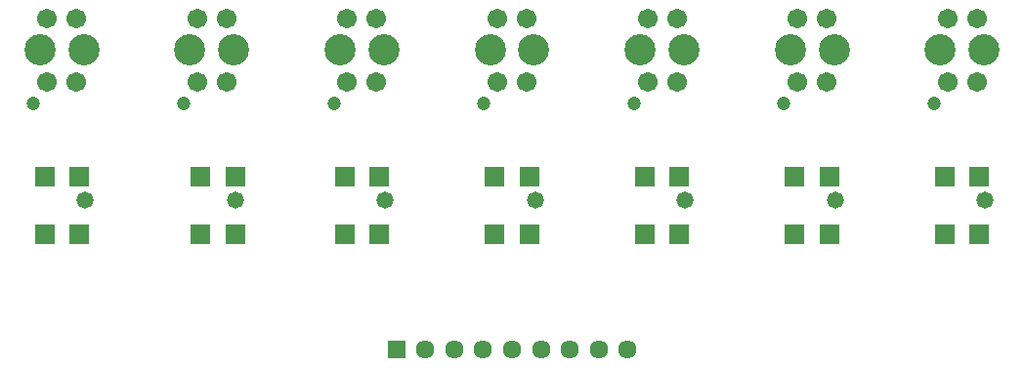
<source format=gts>
G04*
G04 #@! TF.GenerationSoftware,Altium Limited,Altium Designer,24.1.2 (44)*
G04*
G04 Layer_Color=8388736*
%FSTAX44Y44*%
%MOMM*%
G71*
G04*
G04 #@! TF.SameCoordinates,3538205F-3925-4055-AE4A-FF41BFCD8782*
G04*
G04*
G04 #@! TF.FilePolarity,Negative*
G04*
G01*
G75*
%ADD14R,1.7032X1.8032*%
%ADD15C,2.7032*%
%ADD16C,1.2032*%
%ADD17C,1.7032*%
%ADD18R,1.6112X1.6112*%
%ADD19C,1.6112*%
%ADD20C,1.4732*%
D14*
X00825Y0022D02*
D03*
X00795D02*
D03*
X00825Y0017D02*
D03*
X00795D02*
D03*
X00175Y0022D02*
D03*
X00145D02*
D03*
X0031Y0017D02*
D03*
X0028D02*
D03*
X0031Y0022D02*
D03*
X0028D02*
D03*
X00955D02*
D03*
X00925D02*
D03*
X00955Y0017D02*
D03*
X00925D02*
D03*
X00695Y0022D02*
D03*
X00665D02*
D03*
X00695Y0017D02*
D03*
X00665D02*
D03*
X00565Y0022D02*
D03*
X00535D02*
D03*
X00565Y0017D02*
D03*
X00535D02*
D03*
X00435Y0022D02*
D03*
X00405D02*
D03*
X00435Y0017D02*
D03*
X00405D02*
D03*
X00175D02*
D03*
X00145D02*
D03*
D15*
X00569Y0033D02*
D03*
X00531D02*
D03*
X00309D02*
D03*
X00271D02*
D03*
X00959D02*
D03*
X00921D02*
D03*
X00699D02*
D03*
X00661D02*
D03*
X00829D02*
D03*
X00791D02*
D03*
X00439D02*
D03*
X00401D02*
D03*
X00141D02*
D03*
X00179D02*
D03*
D16*
X005255Y002835D02*
D03*
X002655D02*
D03*
X009155D02*
D03*
X006555D02*
D03*
X007855D02*
D03*
X003955D02*
D03*
X001355D02*
D03*
D17*
X005373Y003575D02*
D03*
X005627D02*
D03*
X005373Y003025D02*
D03*
X005627D02*
D03*
X002773Y003575D02*
D03*
X003027D02*
D03*
X002773Y003025D02*
D03*
X003027D02*
D03*
X009273Y003575D02*
D03*
X009527D02*
D03*
X009273Y003025D02*
D03*
X009527D02*
D03*
X006673Y003575D02*
D03*
X006927D02*
D03*
X006673Y003025D02*
D03*
X006927D02*
D03*
X007973Y003575D02*
D03*
X008227D02*
D03*
X007973Y003025D02*
D03*
X008227D02*
D03*
X004073Y003575D02*
D03*
X004327D02*
D03*
X004073Y003025D02*
D03*
X004327D02*
D03*
X001727D02*
D03*
X001473D02*
D03*
X001727Y003575D02*
D03*
X001473D02*
D03*
D18*
X0045Y0007D02*
D03*
D19*
X00475D02*
D03*
X005D02*
D03*
X00525D02*
D03*
X0055D02*
D03*
X00575D02*
D03*
X006D02*
D03*
X00625D02*
D03*
X0065D02*
D03*
D20*
X0044Y002D02*
D03*
X0031D02*
D03*
X0018D02*
D03*
X0083D02*
D03*
X0096D02*
D03*
X007D02*
D03*
X0057D02*
D03*
M02*

</source>
